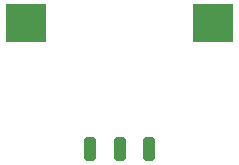
<source format=gbr>
%TF.GenerationSoftware,KiCad,Pcbnew,(6.0.2)*%
%TF.CreationDate,2022-04-03T14:16:10+02:00*%
%TF.ProjectId,Blinky,426c696e-6b79-42e6-9b69-6361645f7063,rev?*%
%TF.SameCoordinates,Original*%
%TF.FileFunction,Paste,Bot*%
%TF.FilePolarity,Positive*%
%FSLAX46Y46*%
G04 Gerber Fmt 4.6, Leading zero omitted, Abs format (unit mm)*
G04 Created by KiCad (PCBNEW (6.0.2)) date 2022-04-03 14:16:10*
%MOMM*%
%LPD*%
G01*
G04 APERTURE LIST*
G04 Aperture macros list*
%AMRoundRect*
0 Rectangle with rounded corners*
0 $1 Rounding radius*
0 $2 $3 $4 $5 $6 $7 $8 $9 X,Y pos of 4 corners*
0 Add a 4 corners polygon primitive as box body*
4,1,4,$2,$3,$4,$5,$6,$7,$8,$9,$2,$3,0*
0 Add four circle primitives for the rounded corners*
1,1,$1+$1,$2,$3*
1,1,$1+$1,$4,$5*
1,1,$1+$1,$6,$7*
1,1,$1+$1,$8,$9*
0 Add four rect primitives between the rounded corners*
20,1,$1+$1,$2,$3,$4,$5,0*
20,1,$1+$1,$4,$5,$6,$7,0*
20,1,$1+$1,$6,$7,$8,$9,0*
20,1,$1+$1,$8,$9,$2,$3,0*%
G04 Aperture macros list end*
%ADD10RoundRect,0.250000X-0.250000X-0.750000X0.250000X-0.750000X0.250000X0.750000X-0.250000X0.750000X0*%
%ADD11R,3.500000X3.300000*%
G04 APERTURE END LIST*
D10*
%TO.C,SW1*%
X190550000Y-64694400D03*
X193050000Y-64694400D03*
X195550000Y-64694400D03*
%TD*%
D11*
%TO.C,BT1*%
X185150000Y-53990000D03*
X200950000Y-53990000D03*
%TD*%
M02*

</source>
